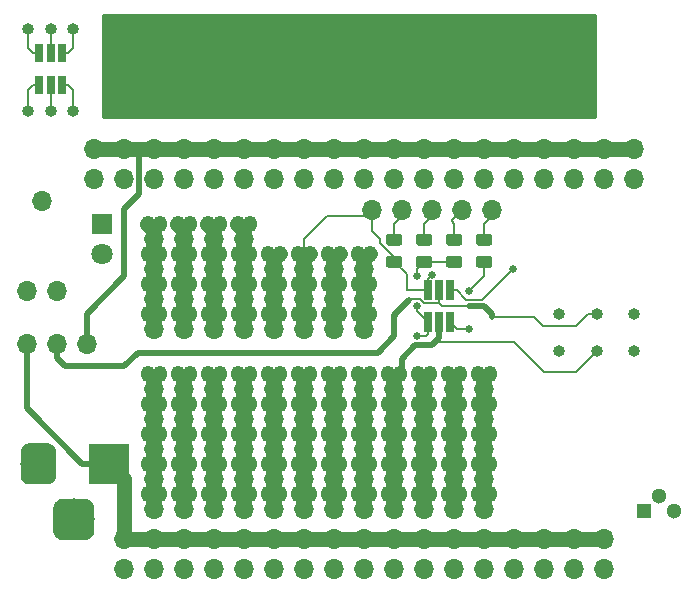
<source format=gtl>
G04 #@! TF.GenerationSoftware,KiCad,Pcbnew,5.0.2+dfsg1-1~bpo9+1*
G04 #@! TF.CreationDate,2020-04-14T03:07:07-04:00*
G04 #@! TF.ProjectId,attiny10,61747469-6e79-4313-902e-6b696361645f,0.10.a*
G04 #@! TF.SameCoordinates,Original*
G04 #@! TF.FileFunction,Copper,L1,Top*
G04 #@! TF.FilePolarity,Positive*
%FSLAX46Y46*%
G04 Gerber Fmt 4.6, Leading zero omitted, Abs format (unit mm)*
G04 Created by KiCad (PCBNEW 5.0.2+dfsg1-1~bpo9+1) date Tue 14 Apr 2020 03:07:07 AM EDT*
%MOMM*%
%LPD*%
G01*
G04 APERTURE LIST*
G04 #@! TA.AperFunction,ComponentPad*
%ADD10O,1.000000X1.000000*%
G04 #@! TD*
G04 #@! TA.AperFunction,ComponentPad*
%ADD11O,1.700000X1.700000*%
G04 #@! TD*
G04 #@! TA.AperFunction,Conductor*
%ADD12C,0.150000*%
G04 #@! TD*
G04 #@! TA.AperFunction,SMDPad,CuDef*
%ADD13C,0.975000*%
G04 #@! TD*
G04 #@! TA.AperFunction,ComponentPad*
%ADD14O,1.200000X1.400000*%
G04 #@! TD*
G04 #@! TA.AperFunction,ComponentPad*
%ADD15C,1.800000*%
G04 #@! TD*
G04 #@! TA.AperFunction,ComponentPad*
%ADD16R,1.800000X1.800000*%
G04 #@! TD*
G04 #@! TA.AperFunction,SMDPad,CuDef*
%ADD17R,0.650000X1.760000*%
G04 #@! TD*
G04 #@! TA.AperFunction,ComponentPad*
%ADD18R,1.300000X1.300000*%
G04 #@! TD*
G04 #@! TA.AperFunction,ComponentPad*
%ADD19C,1.300000*%
G04 #@! TD*
G04 #@! TA.AperFunction,ComponentPad*
%ADD20C,3.500000*%
G04 #@! TD*
G04 #@! TA.AperFunction,ComponentPad*
%ADD21C,3.000000*%
G04 #@! TD*
G04 #@! TA.AperFunction,ComponentPad*
%ADD22R,3.500000X3.500000*%
G04 #@! TD*
G04 #@! TA.AperFunction,SMDPad,CuDef*
%ADD23R,0.650000X1.560000*%
G04 #@! TD*
G04 #@! TA.AperFunction,ViaPad*
%ADD24C,0.635000*%
G04 #@! TD*
G04 #@! TA.AperFunction,Conductor*
%ADD25C,1.270000*%
G04 #@! TD*
G04 #@! TA.AperFunction,Conductor*
%ADD26C,1.016000*%
G04 #@! TD*
G04 #@! TA.AperFunction,Conductor*
%ADD27C,0.203200*%
G04 #@! TD*
G04 #@! TA.AperFunction,Conductor*
%ADD28C,0.508000*%
G04 #@! TD*
G04 #@! TA.AperFunction,NonConductor*
%ADD29C,0.254000*%
G04 #@! TD*
G04 APERTURE END LIST*
D10*
G04 #@! TO.P,REF\002A\002A,1*
G04 #@! TO.N,N/C*
X35687000Y-57150000D03*
G04 #@! TD*
G04 #@! TO.P,REF\002A\002A,1*
G04 #@! TO.N,N/C*
X33782000Y-57150000D03*
G04 #@! TD*
G04 #@! TO.P,REF\002A\002A,1*
G04 #@! TO.N,N/C*
X31877000Y-57150000D03*
G04 #@! TD*
G04 #@! TO.P,REF\002A\002A,1*
G04 #@! TO.N,N/C*
X35687000Y-64135000D03*
G04 #@! TD*
G04 #@! TO.P,REF\002A\002A,1*
G04 #@! TO.N,N/C*
X33782000Y-64135000D03*
G04 #@! TD*
G04 #@! TO.P,REF\002A\002A,1*
G04 #@! TO.N,N/C*
X31877000Y-64135000D03*
G04 #@! TD*
D11*
G04 #@! TO.P,REF\002A\002A,1*
G04 #@! TO.N,N/C*
X36830000Y-83820000D03*
G04 #@! TD*
G04 #@! TO.P,REF\002A\002A,1*
G04 #@! TO.N,N/C*
X34290000Y-83820000D03*
G04 #@! TD*
D10*
G04 #@! TO.P,REF\002A\002A,1*
G04 #@! TO.N,N/C*
X76835000Y-84455000D03*
G04 #@! TD*
G04 #@! TO.P,REF\002A\002A,1*
G04 #@! TO.N,N/C*
X80010000Y-84455000D03*
G04 #@! TD*
G04 #@! TO.P,REF\002A\002A,1*
G04 #@! TO.N,N/C*
X83185000Y-84455000D03*
G04 #@! TD*
G04 #@! TO.P,REF\002A\002A,1*
G04 #@! TO.N,N/C*
X83185000Y-81280000D03*
G04 #@! TD*
G04 #@! TO.P,REF\002A\002A,1*
G04 #@! TO.N,N/C*
X80010000Y-81280000D03*
G04 #@! TD*
D11*
G04 #@! TO.P,REF\002A\002A,1*
G04 #@! TO.N,N/C*
X67945000Y-102870000D03*
G04 #@! TD*
D12*
G04 #@! TO.N,N/C*
G04 #@! TO.C,REF\002A\002A*
G36*
X70965142Y-74522174D02*
X70988803Y-74525684D01*
X71012007Y-74531496D01*
X71034529Y-74539554D01*
X71056153Y-74549782D01*
X71076670Y-74562079D01*
X71095883Y-74576329D01*
X71113607Y-74592393D01*
X71129671Y-74610117D01*
X71143921Y-74629330D01*
X71156218Y-74649847D01*
X71166446Y-74671471D01*
X71174504Y-74693993D01*
X71180316Y-74717197D01*
X71183826Y-74740858D01*
X71185000Y-74764750D01*
X71185000Y-75252250D01*
X71183826Y-75276142D01*
X71180316Y-75299803D01*
X71174504Y-75323007D01*
X71166446Y-75345529D01*
X71156218Y-75367153D01*
X71143921Y-75387670D01*
X71129671Y-75406883D01*
X71113607Y-75424607D01*
X71095883Y-75440671D01*
X71076670Y-75454921D01*
X71056153Y-75467218D01*
X71034529Y-75477446D01*
X71012007Y-75485504D01*
X70988803Y-75491316D01*
X70965142Y-75494826D01*
X70941250Y-75496000D01*
X70028750Y-75496000D01*
X70004858Y-75494826D01*
X69981197Y-75491316D01*
X69957993Y-75485504D01*
X69935471Y-75477446D01*
X69913847Y-75467218D01*
X69893330Y-75454921D01*
X69874117Y-75440671D01*
X69856393Y-75424607D01*
X69840329Y-75406883D01*
X69826079Y-75387670D01*
X69813782Y-75367153D01*
X69803554Y-75345529D01*
X69795496Y-75323007D01*
X69789684Y-75299803D01*
X69786174Y-75276142D01*
X69785000Y-75252250D01*
X69785000Y-74764750D01*
X69786174Y-74740858D01*
X69789684Y-74717197D01*
X69795496Y-74693993D01*
X69803554Y-74671471D01*
X69813782Y-74649847D01*
X69826079Y-74629330D01*
X69840329Y-74610117D01*
X69856393Y-74592393D01*
X69874117Y-74576329D01*
X69893330Y-74562079D01*
X69913847Y-74549782D01*
X69935471Y-74539554D01*
X69957993Y-74531496D01*
X69981197Y-74525684D01*
X70004858Y-74522174D01*
X70028750Y-74521000D01*
X70941250Y-74521000D01*
X70965142Y-74522174D01*
X70965142Y-74522174D01*
G37*
D13*
G04 #@! TD*
G04 #@! TO.P,REF\002A\002A,1*
G04 #@! TO.N,N/C*
X70485000Y-75008500D03*
D12*
G04 #@! TO.N,N/C*
G04 #@! TO.C,REF\002A\002A*
G36*
X70965142Y-76397174D02*
X70988803Y-76400684D01*
X71012007Y-76406496D01*
X71034529Y-76414554D01*
X71056153Y-76424782D01*
X71076670Y-76437079D01*
X71095883Y-76451329D01*
X71113607Y-76467393D01*
X71129671Y-76485117D01*
X71143921Y-76504330D01*
X71156218Y-76524847D01*
X71166446Y-76546471D01*
X71174504Y-76568993D01*
X71180316Y-76592197D01*
X71183826Y-76615858D01*
X71185000Y-76639750D01*
X71185000Y-77127250D01*
X71183826Y-77151142D01*
X71180316Y-77174803D01*
X71174504Y-77198007D01*
X71166446Y-77220529D01*
X71156218Y-77242153D01*
X71143921Y-77262670D01*
X71129671Y-77281883D01*
X71113607Y-77299607D01*
X71095883Y-77315671D01*
X71076670Y-77329921D01*
X71056153Y-77342218D01*
X71034529Y-77352446D01*
X71012007Y-77360504D01*
X70988803Y-77366316D01*
X70965142Y-77369826D01*
X70941250Y-77371000D01*
X70028750Y-77371000D01*
X70004858Y-77369826D01*
X69981197Y-77366316D01*
X69957993Y-77360504D01*
X69935471Y-77352446D01*
X69913847Y-77342218D01*
X69893330Y-77329921D01*
X69874117Y-77315671D01*
X69856393Y-77299607D01*
X69840329Y-77281883D01*
X69826079Y-77262670D01*
X69813782Y-77242153D01*
X69803554Y-77220529D01*
X69795496Y-77198007D01*
X69789684Y-77174803D01*
X69786174Y-77151142D01*
X69785000Y-77127250D01*
X69785000Y-76639750D01*
X69786174Y-76615858D01*
X69789684Y-76592197D01*
X69795496Y-76568993D01*
X69803554Y-76546471D01*
X69813782Y-76524847D01*
X69826079Y-76504330D01*
X69840329Y-76485117D01*
X69856393Y-76467393D01*
X69874117Y-76451329D01*
X69893330Y-76437079D01*
X69913847Y-76424782D01*
X69935471Y-76414554D01*
X69957993Y-76406496D01*
X69981197Y-76400684D01*
X70004858Y-76397174D01*
X70028750Y-76396000D01*
X70941250Y-76396000D01*
X70965142Y-76397174D01*
X70965142Y-76397174D01*
G37*
D13*
G04 #@! TD*
G04 #@! TO.P,REF\002A\002A,2*
G04 #@! TO.N,N/C*
X70485000Y-76883500D03*
D12*
G04 #@! TO.N,N/C*
G04 #@! TO.C,REF\002A\002A*
G36*
X68425142Y-76397174D02*
X68448803Y-76400684D01*
X68472007Y-76406496D01*
X68494529Y-76414554D01*
X68516153Y-76424782D01*
X68536670Y-76437079D01*
X68555883Y-76451329D01*
X68573607Y-76467393D01*
X68589671Y-76485117D01*
X68603921Y-76504330D01*
X68616218Y-76524847D01*
X68626446Y-76546471D01*
X68634504Y-76568993D01*
X68640316Y-76592197D01*
X68643826Y-76615858D01*
X68645000Y-76639750D01*
X68645000Y-77127250D01*
X68643826Y-77151142D01*
X68640316Y-77174803D01*
X68634504Y-77198007D01*
X68626446Y-77220529D01*
X68616218Y-77242153D01*
X68603921Y-77262670D01*
X68589671Y-77281883D01*
X68573607Y-77299607D01*
X68555883Y-77315671D01*
X68536670Y-77329921D01*
X68516153Y-77342218D01*
X68494529Y-77352446D01*
X68472007Y-77360504D01*
X68448803Y-77366316D01*
X68425142Y-77369826D01*
X68401250Y-77371000D01*
X67488750Y-77371000D01*
X67464858Y-77369826D01*
X67441197Y-77366316D01*
X67417993Y-77360504D01*
X67395471Y-77352446D01*
X67373847Y-77342218D01*
X67353330Y-77329921D01*
X67334117Y-77315671D01*
X67316393Y-77299607D01*
X67300329Y-77281883D01*
X67286079Y-77262670D01*
X67273782Y-77242153D01*
X67263554Y-77220529D01*
X67255496Y-77198007D01*
X67249684Y-77174803D01*
X67246174Y-77151142D01*
X67245000Y-77127250D01*
X67245000Y-76639750D01*
X67246174Y-76615858D01*
X67249684Y-76592197D01*
X67255496Y-76568993D01*
X67263554Y-76546471D01*
X67273782Y-76524847D01*
X67286079Y-76504330D01*
X67300329Y-76485117D01*
X67316393Y-76467393D01*
X67334117Y-76451329D01*
X67353330Y-76437079D01*
X67373847Y-76424782D01*
X67395471Y-76414554D01*
X67417993Y-76406496D01*
X67441197Y-76400684D01*
X67464858Y-76397174D01*
X67488750Y-76396000D01*
X68401250Y-76396000D01*
X68425142Y-76397174D01*
X68425142Y-76397174D01*
G37*
D13*
G04 #@! TD*
G04 #@! TO.P,REF\002A\002A,2*
G04 #@! TO.N,N/C*
X67945000Y-76883500D03*
D12*
G04 #@! TO.N,N/C*
G04 #@! TO.C,REF\002A\002A*
G36*
X68425142Y-74522174D02*
X68448803Y-74525684D01*
X68472007Y-74531496D01*
X68494529Y-74539554D01*
X68516153Y-74549782D01*
X68536670Y-74562079D01*
X68555883Y-74576329D01*
X68573607Y-74592393D01*
X68589671Y-74610117D01*
X68603921Y-74629330D01*
X68616218Y-74649847D01*
X68626446Y-74671471D01*
X68634504Y-74693993D01*
X68640316Y-74717197D01*
X68643826Y-74740858D01*
X68645000Y-74764750D01*
X68645000Y-75252250D01*
X68643826Y-75276142D01*
X68640316Y-75299803D01*
X68634504Y-75323007D01*
X68626446Y-75345529D01*
X68616218Y-75367153D01*
X68603921Y-75387670D01*
X68589671Y-75406883D01*
X68573607Y-75424607D01*
X68555883Y-75440671D01*
X68536670Y-75454921D01*
X68516153Y-75467218D01*
X68494529Y-75477446D01*
X68472007Y-75485504D01*
X68448803Y-75491316D01*
X68425142Y-75494826D01*
X68401250Y-75496000D01*
X67488750Y-75496000D01*
X67464858Y-75494826D01*
X67441197Y-75491316D01*
X67417993Y-75485504D01*
X67395471Y-75477446D01*
X67373847Y-75467218D01*
X67353330Y-75454921D01*
X67334117Y-75440671D01*
X67316393Y-75424607D01*
X67300329Y-75406883D01*
X67286079Y-75387670D01*
X67273782Y-75367153D01*
X67263554Y-75345529D01*
X67255496Y-75323007D01*
X67249684Y-75299803D01*
X67246174Y-75276142D01*
X67245000Y-75252250D01*
X67245000Y-74764750D01*
X67246174Y-74740858D01*
X67249684Y-74717197D01*
X67255496Y-74693993D01*
X67263554Y-74671471D01*
X67273782Y-74649847D01*
X67286079Y-74629330D01*
X67300329Y-74610117D01*
X67316393Y-74592393D01*
X67334117Y-74576329D01*
X67353330Y-74562079D01*
X67373847Y-74549782D01*
X67395471Y-74539554D01*
X67417993Y-74531496D01*
X67441197Y-74525684D01*
X67464858Y-74522174D01*
X67488750Y-74521000D01*
X68401250Y-74521000D01*
X68425142Y-74522174D01*
X68425142Y-74522174D01*
G37*
D13*
G04 #@! TD*
G04 #@! TO.P,REF\002A\002A,1*
G04 #@! TO.N,N/C*
X67945000Y-75008500D03*
D12*
G04 #@! TO.N,N/C*
G04 #@! TO.C,REF\002A\002A*
G36*
X65885142Y-74522174D02*
X65908803Y-74525684D01*
X65932007Y-74531496D01*
X65954529Y-74539554D01*
X65976153Y-74549782D01*
X65996670Y-74562079D01*
X66015883Y-74576329D01*
X66033607Y-74592393D01*
X66049671Y-74610117D01*
X66063921Y-74629330D01*
X66076218Y-74649847D01*
X66086446Y-74671471D01*
X66094504Y-74693993D01*
X66100316Y-74717197D01*
X66103826Y-74740858D01*
X66105000Y-74764750D01*
X66105000Y-75252250D01*
X66103826Y-75276142D01*
X66100316Y-75299803D01*
X66094504Y-75323007D01*
X66086446Y-75345529D01*
X66076218Y-75367153D01*
X66063921Y-75387670D01*
X66049671Y-75406883D01*
X66033607Y-75424607D01*
X66015883Y-75440671D01*
X65996670Y-75454921D01*
X65976153Y-75467218D01*
X65954529Y-75477446D01*
X65932007Y-75485504D01*
X65908803Y-75491316D01*
X65885142Y-75494826D01*
X65861250Y-75496000D01*
X64948750Y-75496000D01*
X64924858Y-75494826D01*
X64901197Y-75491316D01*
X64877993Y-75485504D01*
X64855471Y-75477446D01*
X64833847Y-75467218D01*
X64813330Y-75454921D01*
X64794117Y-75440671D01*
X64776393Y-75424607D01*
X64760329Y-75406883D01*
X64746079Y-75387670D01*
X64733782Y-75367153D01*
X64723554Y-75345529D01*
X64715496Y-75323007D01*
X64709684Y-75299803D01*
X64706174Y-75276142D01*
X64705000Y-75252250D01*
X64705000Y-74764750D01*
X64706174Y-74740858D01*
X64709684Y-74717197D01*
X64715496Y-74693993D01*
X64723554Y-74671471D01*
X64733782Y-74649847D01*
X64746079Y-74629330D01*
X64760329Y-74610117D01*
X64776393Y-74592393D01*
X64794117Y-74576329D01*
X64813330Y-74562079D01*
X64833847Y-74549782D01*
X64855471Y-74539554D01*
X64877993Y-74531496D01*
X64901197Y-74525684D01*
X64924858Y-74522174D01*
X64948750Y-74521000D01*
X65861250Y-74521000D01*
X65885142Y-74522174D01*
X65885142Y-74522174D01*
G37*
D13*
G04 #@! TD*
G04 #@! TO.P,REF\002A\002A,1*
G04 #@! TO.N,N/C*
X65405000Y-75008500D03*
D12*
G04 #@! TO.N,N/C*
G04 #@! TO.C,REF\002A\002A*
G36*
X65885142Y-76397174D02*
X65908803Y-76400684D01*
X65932007Y-76406496D01*
X65954529Y-76414554D01*
X65976153Y-76424782D01*
X65996670Y-76437079D01*
X66015883Y-76451329D01*
X66033607Y-76467393D01*
X66049671Y-76485117D01*
X66063921Y-76504330D01*
X66076218Y-76524847D01*
X66086446Y-76546471D01*
X66094504Y-76568993D01*
X66100316Y-76592197D01*
X66103826Y-76615858D01*
X66105000Y-76639750D01*
X66105000Y-77127250D01*
X66103826Y-77151142D01*
X66100316Y-77174803D01*
X66094504Y-77198007D01*
X66086446Y-77220529D01*
X66076218Y-77242153D01*
X66063921Y-77262670D01*
X66049671Y-77281883D01*
X66033607Y-77299607D01*
X66015883Y-77315671D01*
X65996670Y-77329921D01*
X65976153Y-77342218D01*
X65954529Y-77352446D01*
X65932007Y-77360504D01*
X65908803Y-77366316D01*
X65885142Y-77369826D01*
X65861250Y-77371000D01*
X64948750Y-77371000D01*
X64924858Y-77369826D01*
X64901197Y-77366316D01*
X64877993Y-77360504D01*
X64855471Y-77352446D01*
X64833847Y-77342218D01*
X64813330Y-77329921D01*
X64794117Y-77315671D01*
X64776393Y-77299607D01*
X64760329Y-77281883D01*
X64746079Y-77262670D01*
X64733782Y-77242153D01*
X64723554Y-77220529D01*
X64715496Y-77198007D01*
X64709684Y-77174803D01*
X64706174Y-77151142D01*
X64705000Y-77127250D01*
X64705000Y-76639750D01*
X64706174Y-76615858D01*
X64709684Y-76592197D01*
X64715496Y-76568993D01*
X64723554Y-76546471D01*
X64733782Y-76524847D01*
X64746079Y-76504330D01*
X64760329Y-76485117D01*
X64776393Y-76467393D01*
X64794117Y-76451329D01*
X64813330Y-76437079D01*
X64833847Y-76424782D01*
X64855471Y-76414554D01*
X64877993Y-76406496D01*
X64901197Y-76400684D01*
X64924858Y-76397174D01*
X64948750Y-76396000D01*
X65861250Y-76396000D01*
X65885142Y-76397174D01*
X65885142Y-76397174D01*
G37*
D13*
G04 #@! TD*
G04 #@! TO.P,REF\002A\002A,2*
G04 #@! TO.N,N/C*
X65405000Y-76883500D03*
D11*
G04 #@! TO.P,REF\002A\002A,1*
G04 #@! TO.N,N/C*
X60960000Y-72517000D03*
G04 #@! TD*
G04 #@! TO.P,REF\002A\002A,1*
G04 #@! TO.N,N/C*
X71120000Y-72517000D03*
G04 #@! TD*
G04 #@! TO.P,REF\002A\002A,1*
G04 #@! TO.N,N/C*
X68580000Y-72517000D03*
G04 #@! TD*
G04 #@! TO.P,REF\002A\002A,1*
G04 #@! TO.N,N/C*
X66040000Y-72517000D03*
G04 #@! TD*
G04 #@! TO.P,REF\002A\002A,1*
G04 #@! TO.N,N/C*
X63500000Y-72517000D03*
G04 #@! TD*
G04 #@! TO.P,REF\002A\002A,1*
G04 #@! TO.N,N/C*
X73025000Y-69850000D03*
G04 #@! TD*
G04 #@! TO.P,REF\002A\002A,1*
G04 #@! TO.N,N/C*
X70485000Y-69850000D03*
G04 #@! TD*
G04 #@! TO.P,REF\002A\002A,1*
G04 #@! TO.N,N/C*
X67945000Y-69850000D03*
G04 #@! TD*
G04 #@! TO.P,REF\002A\002A,1*
G04 #@! TO.N,N/C*
X65405000Y-69850000D03*
G04 #@! TD*
G04 #@! TO.P,REF\002A\002A,1*
G04 #@! TO.N,N/C*
X33020000Y-71755000D03*
G04 #@! TD*
G04 #@! TO.P,REF\002A\002A,1*
G04 #@! TO.N,N/C*
X34290000Y-79375000D03*
G04 #@! TD*
G04 #@! TO.P,REF\002A\002A,1*
G04 #@! TO.N,N/C*
X31750000Y-79375000D03*
G04 #@! TD*
G04 #@! TO.P,REF\002A\002A,1*
G04 #@! TO.N,N/C*
X83185000Y-69850000D03*
G04 #@! TD*
G04 #@! TO.P,REF\002A\002A,1*
G04 #@! TO.N,N/C*
X70485000Y-67310000D03*
G04 #@! TD*
G04 #@! TO.P,REF\002A\002A,1*
G04 #@! TO.N,N/C*
X83185000Y-67310000D03*
G04 #@! TD*
G04 #@! TO.P,REF\002A\002A,1*
G04 #@! TO.N,N/C*
X75565000Y-67310000D03*
G04 #@! TD*
G04 #@! TO.P,REF\002A\002A,1*
G04 #@! TO.N,N/C*
X78105000Y-69850000D03*
G04 #@! TD*
G04 #@! TO.P,REF\002A\002A,1*
G04 #@! TO.N,N/C*
X78105000Y-67310000D03*
G04 #@! TD*
G04 #@! TO.P,REF\002A\002A,1*
G04 #@! TO.N,N/C*
X80645000Y-67310000D03*
G04 #@! TD*
G04 #@! TO.P,REF\002A\002A,1*
G04 #@! TO.N,N/C*
X73025000Y-67310000D03*
G04 #@! TD*
G04 #@! TO.P,REF\002A\002A,1*
G04 #@! TO.N,N/C*
X75565000Y-69850000D03*
G04 #@! TD*
G04 #@! TO.P,REF\002A\002A,1*
G04 #@! TO.N,N/C*
X80645000Y-69850000D03*
G04 #@! TD*
G04 #@! TO.P,REF\002A\002A,1*
G04 #@! TO.N,N/C*
X80645000Y-102870000D03*
G04 #@! TD*
G04 #@! TO.P,REF\002A\002A,1*
G04 #@! TO.N,N/C*
X75565000Y-102870000D03*
G04 #@! TD*
G04 #@! TO.P,REF\002A\002A,1*
G04 #@! TO.N,N/C*
X70485000Y-102870000D03*
G04 #@! TD*
G04 #@! TO.P,REF\002A\002A,1*
G04 #@! TO.N,N/C*
X78105000Y-102870000D03*
G04 #@! TD*
G04 #@! TO.P,REF\002A\002A,1*
G04 #@! TO.N,N/C*
X73025000Y-102870000D03*
G04 #@! TD*
G04 #@! TO.P,REF\002A\002A,1*
G04 #@! TO.N,N/C*
X73025000Y-100330000D03*
G04 #@! TD*
G04 #@! TO.P,REF\002A\002A,1*
G04 #@! TO.N,N/C*
X78105000Y-100330000D03*
G04 #@! TD*
G04 #@! TO.P,REF\002A\002A,1*
G04 #@! TO.N,N/C*
X80645000Y-100330000D03*
G04 #@! TD*
G04 #@! TO.P,REF\002A\002A,1*
G04 #@! TO.N,N/C*
X75565000Y-100330000D03*
G04 #@! TD*
G04 #@! TO.P,REF\002A\002A,1*
G04 #@! TO.N,N/C*
X70485000Y-100330000D03*
G04 #@! TD*
G04 #@! TO.P,REF\002A\002A,1*
G04 #@! TO.N,N/C*
X70485000Y-92710000D03*
G04 #@! TD*
G04 #@! TO.P,REF\002A\002A,1*
G04 #@! TO.N,N/C*
X65405000Y-90170000D03*
G04 #@! TD*
G04 #@! TO.P,REF\002A\002A,1*
G04 #@! TO.N,N/C*
X65405000Y-97790000D03*
G04 #@! TD*
G04 #@! TO.P,REF\002A\002A,1*
G04 #@! TO.N,N/C*
X62865000Y-87630000D03*
G04 #@! TD*
G04 #@! TO.P,REF\002A\002A,1*
G04 #@! TO.N,N/C*
X62865000Y-90170000D03*
G04 #@! TD*
G04 #@! TO.P,REF\002A\002A,1*
G04 #@! TO.N,N/C*
X67945000Y-95250000D03*
G04 #@! TD*
G04 #@! TO.P,REF\002A\002A,1*
G04 #@! TO.N,N/C*
X67945000Y-92710000D03*
G04 #@! TD*
G04 #@! TO.P,REF\002A\002A,1*
G04 #@! TO.N,N/C*
X70485000Y-97790000D03*
G04 #@! TD*
G04 #@! TO.P,REF\002A\002A,1*
G04 #@! TO.N,N/C*
X70485000Y-90170000D03*
G04 #@! TD*
G04 #@! TO.P,REF\002A\002A,1*
G04 #@! TO.N,N/C*
X70485000Y-95250000D03*
G04 #@! TD*
G04 #@! TO.P,REF\002A\002A,1*
G04 #@! TO.N,N/C*
X62865000Y-95250000D03*
G04 #@! TD*
G04 #@! TO.P,REF\002A\002A,1*
G04 #@! TO.N,N/C*
X62865000Y-92710000D03*
G04 #@! TD*
G04 #@! TO.P,REF\002A\002A,1*
G04 #@! TO.N,N/C*
X65405000Y-95250000D03*
G04 #@! TD*
G04 #@! TO.P,REF\002A\002A,1*
G04 #@! TO.N,N/C*
X65405000Y-92710000D03*
G04 #@! TD*
G04 #@! TO.P,REF\002A\002A,1*
G04 #@! TO.N,N/C*
X67945000Y-97790000D03*
G04 #@! TD*
G04 #@! TO.P,REF\002A\002A,1*
G04 #@! TO.N,N/C*
X62865000Y-97790000D03*
G04 #@! TD*
G04 #@! TO.P,REF\002A\002A,1*
G04 #@! TO.N,N/C*
X67945000Y-90170000D03*
G04 #@! TD*
G04 #@! TO.P,REF\002A\002A,1*
G04 #@! TO.N,N/C*
X67945000Y-87630000D03*
G04 #@! TD*
D14*
G04 #@! TO.P,P?,8*
G04 #@! TO.N,N/C*
X71020000Y-88900000D03*
G04 #@! TO.P,P?,7*
X69950000Y-88900000D03*
G04 #@! TO.P,P?,6*
X68480000Y-88900000D03*
G04 #@! TO.P,P?,5*
X67410000Y-88900000D03*
G04 #@! TO.P,P?,4*
X65940000Y-88900000D03*
G04 #@! TO.P,P?,3*
X64870000Y-88900000D03*
G04 #@! TO.P,P?,2*
X63400000Y-88900000D03*
G04 #@! TO.P,P?,1*
X62330000Y-88900000D03*
G04 #@! TD*
G04 #@! TO.P,P?,8*
G04 #@! TO.N,N/C*
X71020000Y-96520000D03*
G04 #@! TO.P,P?,7*
X69950000Y-96520000D03*
G04 #@! TO.P,P?,6*
X68480000Y-96520000D03*
G04 #@! TO.P,P?,5*
X67410000Y-96520000D03*
G04 #@! TO.P,P?,4*
X65940000Y-96520000D03*
G04 #@! TO.P,P?,3*
X64870000Y-96520000D03*
G04 #@! TO.P,P?,2*
X63400000Y-96520000D03*
G04 #@! TO.P,P?,1*
X62330000Y-96520000D03*
G04 #@! TD*
G04 #@! TO.P,P?,8*
G04 #@! TO.N,N/C*
X71020000Y-86360000D03*
G04 #@! TO.P,P?,7*
X69950000Y-86360000D03*
G04 #@! TO.P,P?,6*
X68480000Y-86360000D03*
G04 #@! TO.P,P?,5*
X67410000Y-86360000D03*
G04 #@! TO.P,P?,4*
X65940000Y-86360000D03*
G04 #@! TO.P,P?,3*
X64870000Y-86360000D03*
G04 #@! TO.P,P?,2*
X63400000Y-86360000D03*
G04 #@! TO.P,P?,1*
X62330000Y-86360000D03*
G04 #@! TD*
G04 #@! TO.P,P?,8*
G04 #@! TO.N,N/C*
X71020000Y-93980000D03*
G04 #@! TO.P,P?,7*
X69950000Y-93980000D03*
G04 #@! TO.P,P?,6*
X68480000Y-93980000D03*
G04 #@! TO.P,P?,5*
X67410000Y-93980000D03*
G04 #@! TO.P,P?,4*
X65940000Y-93980000D03*
G04 #@! TO.P,P?,3*
X64870000Y-93980000D03*
G04 #@! TO.P,P?,2*
X63400000Y-93980000D03*
G04 #@! TO.P,P?,1*
X62330000Y-93980000D03*
G04 #@! TD*
G04 #@! TO.P,P?,8*
G04 #@! TO.N,N/C*
X71020000Y-91440000D03*
G04 #@! TO.P,P?,7*
X69950000Y-91440000D03*
G04 #@! TO.P,P?,6*
X68480000Y-91440000D03*
G04 #@! TO.P,P?,5*
X67410000Y-91440000D03*
G04 #@! TO.P,P?,4*
X65940000Y-91440000D03*
G04 #@! TO.P,P?,3*
X64870000Y-91440000D03*
G04 #@! TO.P,P?,2*
X63400000Y-91440000D03*
G04 #@! TO.P,P?,1*
X62330000Y-91440000D03*
G04 #@! TD*
D11*
G04 #@! TO.P,REF\002A\002A,1*
G04 #@! TO.N,N/C*
X65405000Y-87630000D03*
G04 #@! TD*
G04 #@! TO.P,REF\002A\002A,1*
G04 #@! TO.N,N/C*
X70485000Y-87630000D03*
G04 #@! TD*
G04 #@! TO.P,REF\002A\002A,1*
G04 #@! TO.N,N/C*
X50165000Y-77470000D03*
G04 #@! TD*
G04 #@! TO.P,REF\002A\002A,1*
G04 #@! TO.N,N/C*
X52705000Y-82550000D03*
G04 #@! TD*
G04 #@! TO.P,REF\002A\002A,1*
G04 #@! TO.N,N/C*
X52705000Y-80010000D03*
G04 #@! TD*
G04 #@! TO.P,REF\002A\002A,1*
G04 #@! TO.N,N/C*
X57785000Y-82550000D03*
G04 #@! TD*
G04 #@! TO.P,REF\002A\002A,1*
G04 #@! TO.N,N/C*
X45085000Y-74930000D03*
G04 #@! TD*
G04 #@! TO.P,REF\002A\002A,1*
G04 #@! TO.N,N/C*
X45085000Y-82550000D03*
G04 #@! TD*
G04 #@! TO.P,REF\002A\002A,1*
G04 #@! TO.N,N/C*
X42545000Y-74930000D03*
G04 #@! TD*
G04 #@! TO.P,REF\002A\002A,1*
G04 #@! TO.N,N/C*
X47625000Y-80010000D03*
G04 #@! TD*
G04 #@! TO.P,REF\002A\002A,1*
G04 #@! TO.N,N/C*
X47625000Y-77470000D03*
G04 #@! TD*
G04 #@! TO.P,REF\002A\002A,1*
G04 #@! TO.N,N/C*
X50165000Y-82550000D03*
G04 #@! TD*
G04 #@! TO.P,REF\002A\002A,1*
G04 #@! TO.N,N/C*
X50165000Y-74930000D03*
G04 #@! TD*
G04 #@! TO.P,REF\002A\002A,1*
G04 #@! TO.N,N/C*
X57785000Y-77470000D03*
G04 #@! TD*
G04 #@! TO.P,REF\002A\002A,1*
G04 #@! TO.N,N/C*
X55245000Y-77470000D03*
G04 #@! TD*
G04 #@! TO.P,REF\002A\002A,1*
G04 #@! TO.N,N/C*
X50165000Y-80010000D03*
G04 #@! TD*
G04 #@! TO.P,REF\002A\002A,1*
G04 #@! TO.N,N/C*
X42545000Y-80010000D03*
G04 #@! TD*
G04 #@! TO.P,REF\002A\002A,1*
G04 #@! TO.N,N/C*
X42545000Y-77470000D03*
G04 #@! TD*
G04 #@! TO.P,REF\002A\002A,1*
G04 #@! TO.N,N/C*
X55245000Y-80010000D03*
G04 #@! TD*
G04 #@! TO.P,REF\002A\002A,1*
G04 #@! TO.N,N/C*
X60325000Y-82550000D03*
G04 #@! TD*
G04 #@! TO.P,REF\002A\002A,1*
G04 #@! TO.N,N/C*
X60325000Y-80010000D03*
G04 #@! TD*
G04 #@! TO.P,REF\002A\002A,1*
G04 #@! TO.N,N/C*
X52705000Y-77470000D03*
G04 #@! TD*
D14*
G04 #@! TO.P,P?,1*
G04 #@! TO.N,N/C*
X52170000Y-76200000D03*
G04 #@! TO.P,P?,2*
X53240000Y-76200000D03*
G04 #@! TO.P,P?,3*
X54710000Y-76200000D03*
G04 #@! TO.P,P?,4*
X55780000Y-76200000D03*
G04 #@! TO.P,P?,5*
X57250000Y-76200000D03*
G04 #@! TO.P,P?,6*
X58320000Y-76200000D03*
G04 #@! TO.P,P?,7*
X59790000Y-76200000D03*
G04 #@! TO.P,P?,8*
X60860000Y-76200000D03*
G04 #@! TD*
D11*
G04 #@! TO.P,REF\002A\002A,1*
G04 #@! TO.N,N/C*
X55245000Y-82550000D03*
G04 #@! TD*
G04 #@! TO.P,REF\002A\002A,1*
G04 #@! TO.N,N/C*
X57785000Y-80010000D03*
G04 #@! TD*
D14*
G04 #@! TO.P,P?,1*
G04 #@! TO.N,N/C*
X52170000Y-81280000D03*
G04 #@! TO.P,P?,2*
X53240000Y-81280000D03*
G04 #@! TO.P,P?,3*
X54710000Y-81280000D03*
G04 #@! TO.P,P?,4*
X55780000Y-81280000D03*
G04 #@! TO.P,P?,5*
X57250000Y-81280000D03*
G04 #@! TO.P,P?,6*
X58320000Y-81280000D03*
G04 #@! TO.P,P?,7*
X59790000Y-81280000D03*
G04 #@! TO.P,P?,8*
X60860000Y-81280000D03*
G04 #@! TD*
D11*
G04 #@! TO.P,REF\002A\002A,1*
G04 #@! TO.N,N/C*
X45085000Y-80010000D03*
G04 #@! TD*
G04 #@! TO.P,REF\002A\002A,1*
G04 #@! TO.N,N/C*
X45085000Y-77470000D03*
G04 #@! TD*
D14*
G04 #@! TO.P,P?,1*
G04 #@! TO.N,N/C*
X52170000Y-78740000D03*
G04 #@! TO.P,P?,2*
X53240000Y-78740000D03*
G04 #@! TO.P,P?,3*
X54710000Y-78740000D03*
G04 #@! TO.P,P?,4*
X55780000Y-78740000D03*
G04 #@! TO.P,P?,5*
X57250000Y-78740000D03*
G04 #@! TO.P,P?,6*
X58320000Y-78740000D03*
G04 #@! TO.P,P?,7*
X59790000Y-78740000D03*
G04 #@! TO.P,P?,8*
X60860000Y-78740000D03*
G04 #@! TD*
D11*
G04 #@! TO.P,REF\002A\002A,1*
G04 #@! TO.N,N/C*
X47625000Y-82550000D03*
G04 #@! TD*
G04 #@! TO.P,REF\002A\002A,1*
G04 #@! TO.N,N/C*
X42545000Y-82550000D03*
G04 #@! TD*
G04 #@! TO.P,REF\002A\002A,1*
G04 #@! TO.N,N/C*
X47625000Y-74930000D03*
G04 #@! TD*
G04 #@! TO.P,REF\002A\002A,1*
G04 #@! TO.N,N/C*
X60325000Y-77470000D03*
G04 #@! TD*
D14*
G04 #@! TO.P,P?,8*
G04 #@! TO.N,N/C*
X50700000Y-73660000D03*
G04 #@! TO.P,P?,7*
X49630000Y-73660000D03*
G04 #@! TO.P,P?,6*
X48160000Y-73660000D03*
G04 #@! TO.P,P?,5*
X47090000Y-73660000D03*
G04 #@! TO.P,P?,4*
X45620000Y-73660000D03*
G04 #@! TO.P,P?,3*
X44550000Y-73660000D03*
G04 #@! TO.P,P?,2*
X43080000Y-73660000D03*
G04 #@! TO.P,P?,1*
X42010000Y-73660000D03*
G04 #@! TD*
G04 #@! TO.P,P?,8*
G04 #@! TO.N,N/C*
X50700000Y-81280000D03*
G04 #@! TO.P,P?,7*
X49630000Y-81280000D03*
G04 #@! TO.P,P?,6*
X48160000Y-81280000D03*
G04 #@! TO.P,P?,5*
X47090000Y-81280000D03*
G04 #@! TO.P,P?,4*
X45620000Y-81280000D03*
G04 #@! TO.P,P?,3*
X44550000Y-81280000D03*
G04 #@! TO.P,P?,2*
X43080000Y-81280000D03*
G04 #@! TO.P,P?,1*
X42010000Y-81280000D03*
G04 #@! TD*
G04 #@! TO.P,P?,8*
G04 #@! TO.N,N/C*
X50700000Y-78740000D03*
G04 #@! TO.P,P?,7*
X49630000Y-78740000D03*
G04 #@! TO.P,P?,6*
X48160000Y-78740000D03*
G04 #@! TO.P,P?,5*
X47090000Y-78740000D03*
G04 #@! TO.P,P?,4*
X45620000Y-78740000D03*
G04 #@! TO.P,P?,3*
X44550000Y-78740000D03*
G04 #@! TO.P,P?,2*
X43080000Y-78740000D03*
G04 #@! TO.P,P?,1*
X42010000Y-78740000D03*
G04 #@! TD*
G04 #@! TO.P,P?,8*
G04 #@! TO.N,N/C*
X50700000Y-76200000D03*
G04 #@! TO.P,P?,7*
X49630000Y-76200000D03*
G04 #@! TO.P,P?,6*
X48160000Y-76200000D03*
G04 #@! TO.P,P?,5*
X47090000Y-76200000D03*
G04 #@! TO.P,P?,4*
X45620000Y-76200000D03*
G04 #@! TO.P,P?,3*
X44550000Y-76200000D03*
G04 #@! TO.P,P?,2*
X43080000Y-76200000D03*
G04 #@! TO.P,P?,1*
X42010000Y-76200000D03*
G04 #@! TD*
D11*
G04 #@! TO.P,REF\002A\002A,1*
G04 #@! TO.N,N/C*
X60325000Y-92710000D03*
G04 #@! TD*
G04 #@! TO.P,REF\002A\002A,1*
G04 #@! TO.N,N/C*
X55245000Y-90170000D03*
G04 #@! TD*
G04 #@! TO.P,REF\002A\002A,1*
G04 #@! TO.N,N/C*
X55245000Y-97790000D03*
G04 #@! TD*
G04 #@! TO.P,REF\002A\002A,1*
G04 #@! TO.N,N/C*
X52705000Y-87630000D03*
G04 #@! TD*
G04 #@! TO.P,REF\002A\002A,1*
G04 #@! TO.N,N/C*
X52705000Y-90170000D03*
G04 #@! TD*
G04 #@! TO.P,REF\002A\002A,1*
G04 #@! TO.N,N/C*
X57785000Y-95250000D03*
G04 #@! TD*
G04 #@! TO.P,REF\002A\002A,1*
G04 #@! TO.N,N/C*
X57785000Y-92710000D03*
G04 #@! TD*
G04 #@! TO.P,REF\002A\002A,1*
G04 #@! TO.N,N/C*
X60325000Y-97790000D03*
G04 #@! TD*
G04 #@! TO.P,REF\002A\002A,1*
G04 #@! TO.N,N/C*
X60325000Y-90170000D03*
G04 #@! TD*
G04 #@! TO.P,REF\002A\002A,1*
G04 #@! TO.N,N/C*
X60325000Y-95250000D03*
G04 #@! TD*
G04 #@! TO.P,REF\002A\002A,1*
G04 #@! TO.N,N/C*
X52705000Y-95250000D03*
G04 #@! TD*
G04 #@! TO.P,REF\002A\002A,1*
G04 #@! TO.N,N/C*
X52705000Y-92710000D03*
G04 #@! TD*
G04 #@! TO.P,REF\002A\002A,1*
G04 #@! TO.N,N/C*
X55245000Y-95250000D03*
G04 #@! TD*
G04 #@! TO.P,REF\002A\002A,1*
G04 #@! TO.N,N/C*
X55245000Y-92710000D03*
G04 #@! TD*
G04 #@! TO.P,REF\002A\002A,1*
G04 #@! TO.N,N/C*
X57785000Y-97790000D03*
G04 #@! TD*
G04 #@! TO.P,REF\002A\002A,1*
G04 #@! TO.N,N/C*
X52705000Y-97790000D03*
G04 #@! TD*
G04 #@! TO.P,REF\002A\002A,1*
G04 #@! TO.N,N/C*
X57785000Y-90170000D03*
G04 #@! TD*
G04 #@! TO.P,REF\002A\002A,1*
G04 #@! TO.N,N/C*
X57785000Y-87630000D03*
G04 #@! TD*
D14*
G04 #@! TO.P,P?,8*
G04 #@! TO.N,N/C*
X60860000Y-88900000D03*
G04 #@! TO.P,P?,7*
X59790000Y-88900000D03*
G04 #@! TO.P,P?,6*
X58320000Y-88900000D03*
G04 #@! TO.P,P?,5*
X57250000Y-88900000D03*
G04 #@! TO.P,P?,4*
X55780000Y-88900000D03*
G04 #@! TO.P,P?,3*
X54710000Y-88900000D03*
G04 #@! TO.P,P?,2*
X53240000Y-88900000D03*
G04 #@! TO.P,P?,1*
X52170000Y-88900000D03*
G04 #@! TD*
G04 #@! TO.P,P?,8*
G04 #@! TO.N,N/C*
X60860000Y-96520000D03*
G04 #@! TO.P,P?,7*
X59790000Y-96520000D03*
G04 #@! TO.P,P?,6*
X58320000Y-96520000D03*
G04 #@! TO.P,P?,5*
X57250000Y-96520000D03*
G04 #@! TO.P,P?,4*
X55780000Y-96520000D03*
G04 #@! TO.P,P?,3*
X54710000Y-96520000D03*
G04 #@! TO.P,P?,2*
X53240000Y-96520000D03*
G04 #@! TO.P,P?,1*
X52170000Y-96520000D03*
G04 #@! TD*
G04 #@! TO.P,P?,8*
G04 #@! TO.N,N/C*
X60860000Y-86360000D03*
G04 #@! TO.P,P?,7*
X59790000Y-86360000D03*
G04 #@! TO.P,P?,6*
X58320000Y-86360000D03*
G04 #@! TO.P,P?,5*
X57250000Y-86360000D03*
G04 #@! TO.P,P?,4*
X55780000Y-86360000D03*
G04 #@! TO.P,P?,3*
X54710000Y-86360000D03*
G04 #@! TO.P,P?,2*
X53240000Y-86360000D03*
G04 #@! TO.P,P?,1*
X52170000Y-86360000D03*
G04 #@! TD*
G04 #@! TO.P,P?,8*
G04 #@! TO.N,N/C*
X60860000Y-93980000D03*
G04 #@! TO.P,P?,7*
X59790000Y-93980000D03*
G04 #@! TO.P,P?,6*
X58320000Y-93980000D03*
G04 #@! TO.P,P?,5*
X57250000Y-93980000D03*
G04 #@! TO.P,P?,4*
X55780000Y-93980000D03*
G04 #@! TO.P,P?,3*
X54710000Y-93980000D03*
G04 #@! TO.P,P?,2*
X53240000Y-93980000D03*
G04 #@! TO.P,P?,1*
X52170000Y-93980000D03*
G04 #@! TD*
G04 #@! TO.P,P?,8*
G04 #@! TO.N,N/C*
X60860000Y-91440000D03*
G04 #@! TO.P,P?,7*
X59790000Y-91440000D03*
G04 #@! TO.P,P?,6*
X58320000Y-91440000D03*
G04 #@! TO.P,P?,5*
X57250000Y-91440000D03*
G04 #@! TO.P,P?,4*
X55780000Y-91440000D03*
G04 #@! TO.P,P?,3*
X54710000Y-91440000D03*
G04 #@! TO.P,P?,2*
X53240000Y-91440000D03*
G04 #@! TO.P,P?,1*
X52170000Y-91440000D03*
G04 #@! TD*
D11*
G04 #@! TO.P,REF\002A\002A,1*
G04 #@! TO.N,N/C*
X55245000Y-87630000D03*
G04 #@! TD*
G04 #@! TO.P,REF\002A\002A,1*
G04 #@! TO.N,N/C*
X60325000Y-87630000D03*
G04 #@! TD*
G04 #@! TO.P,REF\002A\002A,1*
G04 #@! TO.N,N/C*
X50165000Y-95250000D03*
G04 #@! TD*
G04 #@! TO.P,REF\002A\002A,1*
G04 #@! TO.N,N/C*
X50165000Y-92710000D03*
G04 #@! TD*
G04 #@! TO.P,REF\002A\002A,1*
G04 #@! TO.N,N/C*
X50165000Y-97790000D03*
G04 #@! TD*
G04 #@! TO.P,REF\002A\002A,1*
G04 #@! TO.N,N/C*
X50165000Y-90170000D03*
G04 #@! TD*
G04 #@! TO.P,REF\002A\002A,1*
G04 #@! TO.N,N/C*
X50165000Y-87630000D03*
G04 #@! TD*
G04 #@! TO.P,REF\002A\002A,1*
G04 #@! TO.N,N/C*
X47625000Y-90170000D03*
G04 #@! TD*
G04 #@! TO.P,REF\002A\002A,1*
G04 #@! TO.N,N/C*
X47625000Y-97790000D03*
G04 #@! TD*
G04 #@! TO.P,REF\002A\002A,1*
G04 #@! TO.N,N/C*
X47625000Y-95250000D03*
G04 #@! TD*
G04 #@! TO.P,REF\002A\002A,1*
G04 #@! TO.N,N/C*
X47625000Y-92710000D03*
G04 #@! TD*
G04 #@! TO.P,REF\002A\002A,1*
G04 #@! TO.N,N/C*
X47625000Y-87630000D03*
G04 #@! TD*
G04 #@! TO.P,REF\002A\002A,1*
G04 #@! TO.N,N/C*
X45085000Y-87630000D03*
G04 #@! TD*
G04 #@! TO.P,REF\002A\002A,1*
G04 #@! TO.N,N/C*
X45085000Y-90170000D03*
G04 #@! TD*
G04 #@! TO.P,REF\002A\002A,1*
G04 #@! TO.N,N/C*
X45085000Y-95250000D03*
G04 #@! TD*
G04 #@! TO.P,REF\002A\002A,1*
G04 #@! TO.N,N/C*
X45085000Y-92710000D03*
G04 #@! TD*
G04 #@! TO.P,REF\002A\002A,1*
G04 #@! TO.N,N/C*
X45085000Y-97790000D03*
G04 #@! TD*
G04 #@! TO.P,REF\002A\002A,1*
G04 #@! TO.N,N/C*
X42545000Y-97790000D03*
G04 #@! TD*
G04 #@! TO.P,REF\002A\002A,1*
G04 #@! TO.N,N/C*
X42545000Y-95250000D03*
G04 #@! TD*
G04 #@! TO.P,REF\002A\002A,1*
G04 #@! TO.N,N/C*
X42545000Y-92710000D03*
G04 #@! TD*
G04 #@! TO.P,REF\002A\002A,1*
G04 #@! TO.N,N/C*
X42545000Y-90170000D03*
G04 #@! TD*
G04 #@! TO.P,REF\002A\002A,1*
G04 #@! TO.N,N/C*
X42545000Y-87630000D03*
G04 #@! TD*
G04 #@! TO.P,REF\002A\002A,1*
G04 #@! TO.N,N/C*
X60325000Y-67310000D03*
G04 #@! TD*
G04 #@! TO.P,REF\002A\002A,1*
G04 #@! TO.N,N/C*
X55245000Y-67310000D03*
G04 #@! TD*
G04 #@! TO.P,REF\002A\002A,1*
G04 #@! TO.N,N/C*
X45085000Y-69850000D03*
G04 #@! TD*
G04 #@! TO.P,REF\002A\002A,1*
G04 #@! TO.N,N/C*
X67945000Y-67310000D03*
G04 #@! TD*
G04 #@! TO.P,REF\002A\002A,1*
G04 #@! TO.N,N/C*
X50165000Y-67310000D03*
G04 #@! TD*
G04 #@! TO.P,REF\002A\002A,1*
G04 #@! TO.N,N/C*
X40005000Y-69850000D03*
G04 #@! TD*
G04 #@! TO.P,REF\002A\002A,1*
G04 #@! TO.N,N/C*
X60325000Y-69850000D03*
G04 #@! TD*
G04 #@! TO.P,REF\002A\002A,1*
G04 #@! TO.N,N/C*
X55245000Y-69850000D03*
G04 #@! TD*
G04 #@! TO.P,REF\002A\002A,1*
G04 #@! TO.N,N/C*
X52705000Y-67310000D03*
G04 #@! TD*
G04 #@! TO.P,REF\002A\002A,1*
G04 #@! TO.N,N/C*
X37465000Y-67310000D03*
G04 #@! TD*
G04 #@! TO.P,REF\002A\002A,1*
G04 #@! TO.N,N/C*
X62865000Y-69850000D03*
G04 #@! TD*
G04 #@! TO.P,REF\002A\002A,1*
G04 #@! TO.N,N/C*
X42545000Y-69850000D03*
G04 #@! TD*
G04 #@! TO.P,REF\002A\002A,1*
G04 #@! TO.N,N/C*
X57785000Y-69850000D03*
G04 #@! TD*
G04 #@! TO.P,REF\002A\002A,1*
G04 #@! TO.N,N/C*
X37465000Y-69850000D03*
G04 #@! TD*
G04 #@! TO.P,REF\002A\002A,1*
G04 #@! TO.N,N/C*
X50165000Y-69850000D03*
G04 #@! TD*
G04 #@! TO.P,REF\002A\002A,1*
G04 #@! TO.N,N/C*
X42545000Y-67310000D03*
G04 #@! TD*
G04 #@! TO.P,REF\002A\002A,1*
G04 #@! TO.N,N/C*
X57785000Y-67310000D03*
G04 #@! TD*
G04 #@! TO.P,REF\002A\002A,1*
G04 #@! TO.N,N/C*
X45085000Y-67310000D03*
G04 #@! TD*
G04 #@! TO.P,REF\002A\002A,1*
G04 #@! TO.N,N/C*
X62865000Y-67310000D03*
G04 #@! TD*
G04 #@! TO.P,REF\002A\002A,1*
G04 #@! TO.N,N/C*
X40005000Y-67310000D03*
G04 #@! TD*
G04 #@! TO.P,REF\002A\002A,1*
G04 #@! TO.N,N/C*
X65405000Y-67310000D03*
G04 #@! TD*
G04 #@! TO.P,REF\002A\002A,1*
G04 #@! TO.N,N/C*
X47625000Y-67310000D03*
G04 #@! TD*
G04 #@! TO.P,REF\002A\002A,1*
G04 #@! TO.N,N/C*
X52705000Y-69850000D03*
G04 #@! TD*
G04 #@! TO.P,REF\002A\002A,1*
G04 #@! TO.N,N/C*
X47625000Y-69850000D03*
G04 #@! TD*
G04 #@! TO.P,REF\002A\002A,1*
G04 #@! TO.N,N/C*
X65405000Y-102870000D03*
G04 #@! TD*
G04 #@! TO.P,REF\002A\002A,1*
G04 #@! TO.N,N/C*
X60325000Y-102870000D03*
G04 #@! TD*
G04 #@! TO.P,REF\002A\002A,1*
G04 #@! TO.N,N/C*
X55245000Y-102870000D03*
G04 #@! TD*
G04 #@! TO.P,REF\002A\002A,1*
G04 #@! TO.N,N/C*
X57785000Y-100330000D03*
G04 #@! TD*
G04 #@! TO.P,REF\002A\002A,1*
G04 #@! TO.N,N/C*
X62865000Y-102870000D03*
G04 #@! TD*
G04 #@! TO.P,REF\002A\002A,1*
G04 #@! TO.N,N/C*
X57785000Y-102870000D03*
G04 #@! TD*
G04 #@! TO.P,REF\002A\002A,1*
G04 #@! TO.N,N/C*
X62865000Y-100330000D03*
G04 #@! TD*
G04 #@! TO.P,REF\002A\002A,1*
G04 #@! TO.N,N/C*
X65405000Y-100330000D03*
G04 #@! TD*
G04 #@! TO.P,REF\002A\002A,1*
G04 #@! TO.N,N/C*
X60325000Y-100330000D03*
G04 #@! TD*
G04 #@! TO.P,REF\002A\002A,1*
G04 #@! TO.N,N/C*
X67945000Y-100330000D03*
G04 #@! TD*
G04 #@! TO.P,REF\002A\002A,1*
G04 #@! TO.N,N/C*
X55245000Y-100330000D03*
G04 #@! TD*
G04 #@! TO.P,REF\002A\002A,1*
G04 #@! TO.N,N/C*
X50165000Y-102870000D03*
G04 #@! TD*
G04 #@! TO.P,REF\002A\002A,1*
G04 #@! TO.N,N/C*
X45085000Y-102870000D03*
G04 #@! TD*
G04 #@! TO.P,REF\002A\002A,1*
G04 #@! TO.N,N/C*
X47625000Y-100330000D03*
G04 #@! TD*
G04 #@! TO.P,REF\002A\002A,1*
G04 #@! TO.N,N/C*
X52705000Y-102870000D03*
G04 #@! TD*
G04 #@! TO.P,REF\002A\002A,1*
G04 #@! TO.N,N/C*
X47625000Y-102870000D03*
G04 #@! TD*
G04 #@! TO.P,REF\002A\002A,1*
G04 #@! TO.N,N/C*
X52705000Y-100330000D03*
G04 #@! TD*
G04 #@! TO.P,REF\002A\002A,1*
G04 #@! TO.N,N/C*
X50165000Y-100330000D03*
G04 #@! TD*
G04 #@! TO.P,REF\002A\002A,1*
G04 #@! TO.N,N/C*
X45085000Y-100330000D03*
G04 #@! TD*
G04 #@! TO.P,REF\002A\002A,1*
G04 #@! TO.N,N/C*
X42545000Y-102870000D03*
G04 #@! TD*
G04 #@! TO.P,REF\002A\002A,1*
G04 #@! TO.N,N/C*
X40005000Y-102870000D03*
G04 #@! TD*
G04 #@! TO.P,REF\002A\002A,1*
G04 #@! TO.N,N/C*
X42545000Y-100330000D03*
G04 #@! TD*
G04 #@! TO.P,REF\002A\002A,1*
G04 #@! TO.N,N/C*
X40005000Y-100330000D03*
G04 #@! TD*
D14*
G04 #@! TO.P,P?,1*
G04 #@! TO.N,N/C*
X42010000Y-96520000D03*
G04 #@! TO.P,P?,2*
X43080000Y-96520000D03*
G04 #@! TO.P,P?,3*
X44550000Y-96520000D03*
G04 #@! TO.P,P?,4*
X45620000Y-96520000D03*
G04 #@! TO.P,P?,5*
X47090000Y-96520000D03*
G04 #@! TO.P,P?,6*
X48160000Y-96520000D03*
G04 #@! TO.P,P?,7*
X49630000Y-96520000D03*
G04 #@! TO.P,P?,8*
X50700000Y-96520000D03*
G04 #@! TD*
G04 #@! TO.P,P?,1*
G04 #@! TO.N,N/C*
X42010000Y-93980000D03*
G04 #@! TO.P,P?,2*
X43080000Y-93980000D03*
G04 #@! TO.P,P?,3*
X44550000Y-93980000D03*
G04 #@! TO.P,P?,4*
X45620000Y-93980000D03*
G04 #@! TO.P,P?,5*
X47090000Y-93980000D03*
G04 #@! TO.P,P?,6*
X48160000Y-93980000D03*
G04 #@! TO.P,P?,7*
X49630000Y-93980000D03*
G04 #@! TO.P,P?,8*
X50700000Y-93980000D03*
G04 #@! TD*
G04 #@! TO.P,P?,1*
G04 #@! TO.N,N/C*
X42010000Y-91440000D03*
G04 #@! TO.P,P?,2*
X43080000Y-91440000D03*
G04 #@! TO.P,P?,3*
X44550000Y-91440000D03*
G04 #@! TO.P,P?,4*
X45620000Y-91440000D03*
G04 #@! TO.P,P?,5*
X47090000Y-91440000D03*
G04 #@! TO.P,P?,6*
X48160000Y-91440000D03*
G04 #@! TO.P,P?,7*
X49630000Y-91440000D03*
G04 #@! TO.P,P?,8*
X50700000Y-91440000D03*
G04 #@! TD*
G04 #@! TO.P,P?,1*
G04 #@! TO.N,N/C*
X42010000Y-88900000D03*
G04 #@! TO.P,P?,2*
X43080000Y-88900000D03*
G04 #@! TO.P,P?,3*
X44550000Y-88900000D03*
G04 #@! TO.P,P?,4*
X45620000Y-88900000D03*
G04 #@! TO.P,P?,5*
X47090000Y-88900000D03*
G04 #@! TO.P,P?,6*
X48160000Y-88900000D03*
G04 #@! TO.P,P?,7*
X49630000Y-88900000D03*
G04 #@! TO.P,P?,8*
X50700000Y-88900000D03*
G04 #@! TD*
G04 #@! TO.P,P?,1*
G04 #@! TO.N,N/C*
X42010000Y-86360000D03*
G04 #@! TO.P,P?,2*
X43080000Y-86360000D03*
G04 #@! TO.P,P?,3*
X44550000Y-86360000D03*
G04 #@! TO.P,P?,4*
X45620000Y-86360000D03*
G04 #@! TO.P,P?,5*
X47090000Y-86360000D03*
G04 #@! TO.P,P?,6*
X48160000Y-86360000D03*
G04 #@! TO.P,P?,7*
X49630000Y-86360000D03*
G04 #@! TO.P,P?,8*
X50700000Y-86360000D03*
G04 #@! TD*
D15*
G04 #@! TO.P,REF100552,2*
G04 #@! TO.N,N/C*
X38100000Y-76200000D03*
D16*
G04 #@! TO.P,REF100552,1*
X38100000Y-73660000D03*
G04 #@! TD*
D17*
G04 #@! TO.P,REF\002A\002A,5*
G04 #@! TO.N,N/C*
X66675000Y-79295000D03*
G04 #@! TO.P,REF\002A\002A,6*
X65725000Y-79295000D03*
G04 #@! TO.P,REF\002A\002A,4*
X67625000Y-79295000D03*
G04 #@! TO.P,REF\002A\002A,3*
X67625000Y-81995000D03*
G04 #@! TO.P,REF\002A\002A,2*
X66675000Y-81995000D03*
G04 #@! TO.P,REF\002A\002A,1*
X65725000Y-81995000D03*
G04 #@! TD*
D18*
G04 #@! TO.P,REF\002A\002A,1*
G04 #@! TO.N,N/C*
X84000000Y-98000000D03*
D19*
G04 #@! TO.P,REF\002A\002A,3*
X86540000Y-98000000D03*
G04 #@! TO.P,REF\002A\002A,2*
X85270000Y-96730000D03*
G04 #@! TD*
D12*
G04 #@! TO.N,N/C*
G04 #@! TO.C,REF\002A\002A*
G36*
X63345142Y-76397174D02*
X63368803Y-76400684D01*
X63392007Y-76406496D01*
X63414529Y-76414554D01*
X63436153Y-76424782D01*
X63456670Y-76437079D01*
X63475883Y-76451329D01*
X63493607Y-76467393D01*
X63509671Y-76485117D01*
X63523921Y-76504330D01*
X63536218Y-76524847D01*
X63546446Y-76546471D01*
X63554504Y-76568993D01*
X63560316Y-76592197D01*
X63563826Y-76615858D01*
X63565000Y-76639750D01*
X63565000Y-77127250D01*
X63563826Y-77151142D01*
X63560316Y-77174803D01*
X63554504Y-77198007D01*
X63546446Y-77220529D01*
X63536218Y-77242153D01*
X63523921Y-77262670D01*
X63509671Y-77281883D01*
X63493607Y-77299607D01*
X63475883Y-77315671D01*
X63456670Y-77329921D01*
X63436153Y-77342218D01*
X63414529Y-77352446D01*
X63392007Y-77360504D01*
X63368803Y-77366316D01*
X63345142Y-77369826D01*
X63321250Y-77371000D01*
X62408750Y-77371000D01*
X62384858Y-77369826D01*
X62361197Y-77366316D01*
X62337993Y-77360504D01*
X62315471Y-77352446D01*
X62293847Y-77342218D01*
X62273330Y-77329921D01*
X62254117Y-77315671D01*
X62236393Y-77299607D01*
X62220329Y-77281883D01*
X62206079Y-77262670D01*
X62193782Y-77242153D01*
X62183554Y-77220529D01*
X62175496Y-77198007D01*
X62169684Y-77174803D01*
X62166174Y-77151142D01*
X62165000Y-77127250D01*
X62165000Y-76639750D01*
X62166174Y-76615858D01*
X62169684Y-76592197D01*
X62175496Y-76568993D01*
X62183554Y-76546471D01*
X62193782Y-76524847D01*
X62206079Y-76504330D01*
X62220329Y-76485117D01*
X62236393Y-76467393D01*
X62254117Y-76451329D01*
X62273330Y-76437079D01*
X62293847Y-76424782D01*
X62315471Y-76414554D01*
X62337993Y-76406496D01*
X62361197Y-76400684D01*
X62384858Y-76397174D01*
X62408750Y-76396000D01*
X63321250Y-76396000D01*
X63345142Y-76397174D01*
X63345142Y-76397174D01*
G37*
D13*
G04 #@! TD*
G04 #@! TO.P,REF\002A\002A,2*
G04 #@! TO.N,N/C*
X62865000Y-76883500D03*
D12*
G04 #@! TO.N,N/C*
G04 #@! TO.C,REF\002A\002A*
G36*
X63345142Y-74522174D02*
X63368803Y-74525684D01*
X63392007Y-74531496D01*
X63414529Y-74539554D01*
X63436153Y-74549782D01*
X63456670Y-74562079D01*
X63475883Y-74576329D01*
X63493607Y-74592393D01*
X63509671Y-74610117D01*
X63523921Y-74629330D01*
X63536218Y-74649847D01*
X63546446Y-74671471D01*
X63554504Y-74693993D01*
X63560316Y-74717197D01*
X63563826Y-74740858D01*
X63565000Y-74764750D01*
X63565000Y-75252250D01*
X63563826Y-75276142D01*
X63560316Y-75299803D01*
X63554504Y-75323007D01*
X63546446Y-75345529D01*
X63536218Y-75367153D01*
X63523921Y-75387670D01*
X63509671Y-75406883D01*
X63493607Y-75424607D01*
X63475883Y-75440671D01*
X63456670Y-75454921D01*
X63436153Y-75467218D01*
X63414529Y-75477446D01*
X63392007Y-75485504D01*
X63368803Y-75491316D01*
X63345142Y-75494826D01*
X63321250Y-75496000D01*
X62408750Y-75496000D01*
X62384858Y-75494826D01*
X62361197Y-75491316D01*
X62337993Y-75485504D01*
X62315471Y-75477446D01*
X62293847Y-75467218D01*
X62273330Y-75454921D01*
X62254117Y-75440671D01*
X62236393Y-75424607D01*
X62220329Y-75406883D01*
X62206079Y-75387670D01*
X62193782Y-75367153D01*
X62183554Y-75345529D01*
X62175496Y-75323007D01*
X62169684Y-75299803D01*
X62166174Y-75276142D01*
X62165000Y-75252250D01*
X62165000Y-74764750D01*
X62166174Y-74740858D01*
X62169684Y-74717197D01*
X62175496Y-74693993D01*
X62183554Y-74671471D01*
X62193782Y-74649847D01*
X62206079Y-74629330D01*
X62220329Y-74610117D01*
X62236393Y-74592393D01*
X62254117Y-74576329D01*
X62273330Y-74562079D01*
X62293847Y-74549782D01*
X62315471Y-74539554D01*
X62337993Y-74531496D01*
X62361197Y-74525684D01*
X62384858Y-74522174D01*
X62408750Y-74521000D01*
X63321250Y-74521000D01*
X63345142Y-74522174D01*
X63345142Y-74522174D01*
G37*
D13*
G04 #@! TD*
G04 #@! TO.P,REF\002A\002A,1*
G04 #@! TO.N,N/C*
X62865000Y-75008500D03*
D12*
G04 #@! TO.N,N/C*
G04 #@! TO.C,REF\002A\002A*
G36*
X36695765Y-96934213D02*
X36780704Y-96946813D01*
X36863999Y-96967677D01*
X36944848Y-96996605D01*
X37022472Y-97033319D01*
X37096124Y-97077464D01*
X37165094Y-97128616D01*
X37228718Y-97186282D01*
X37286384Y-97249906D01*
X37337536Y-97318876D01*
X37381681Y-97392528D01*
X37418395Y-97470152D01*
X37447323Y-97551001D01*
X37468187Y-97634296D01*
X37480787Y-97719235D01*
X37485000Y-97805000D01*
X37485000Y-99555000D01*
X37480787Y-99640765D01*
X37468187Y-99725704D01*
X37447323Y-99808999D01*
X37418395Y-99889848D01*
X37381681Y-99967472D01*
X37337536Y-100041124D01*
X37286384Y-100110094D01*
X37228718Y-100173718D01*
X37165094Y-100231384D01*
X37096124Y-100282536D01*
X37022472Y-100326681D01*
X36944848Y-100363395D01*
X36863999Y-100392323D01*
X36780704Y-100413187D01*
X36695765Y-100425787D01*
X36610000Y-100430000D01*
X34860000Y-100430000D01*
X34774235Y-100425787D01*
X34689296Y-100413187D01*
X34606001Y-100392323D01*
X34525152Y-100363395D01*
X34447528Y-100326681D01*
X34373876Y-100282536D01*
X34304906Y-100231384D01*
X34241282Y-100173718D01*
X34183616Y-100110094D01*
X34132464Y-100041124D01*
X34088319Y-99967472D01*
X34051605Y-99889848D01*
X34022677Y-99808999D01*
X34001813Y-99725704D01*
X33989213Y-99640765D01*
X33985000Y-99555000D01*
X33985000Y-97805000D01*
X33989213Y-97719235D01*
X34001813Y-97634296D01*
X34022677Y-97551001D01*
X34051605Y-97470152D01*
X34088319Y-97392528D01*
X34132464Y-97318876D01*
X34183616Y-97249906D01*
X34241282Y-97186282D01*
X34304906Y-97128616D01*
X34373876Y-97077464D01*
X34447528Y-97033319D01*
X34525152Y-96996605D01*
X34606001Y-96967677D01*
X34689296Y-96946813D01*
X34774235Y-96934213D01*
X34860000Y-96930000D01*
X36610000Y-96930000D01*
X36695765Y-96934213D01*
X36695765Y-96934213D01*
G37*
D20*
G04 #@! TD*
G04 #@! TO.P,REF\002A\002A,3*
G04 #@! TO.N,N/C*
X35735000Y-98680000D03*
D12*
G04 #@! TO.N,N/C*
G04 #@! TO.C,REF\002A\002A*
G36*
X33558513Y-92233611D02*
X33631318Y-92244411D01*
X33702714Y-92262295D01*
X33772013Y-92287090D01*
X33838548Y-92318559D01*
X33901678Y-92356398D01*
X33960795Y-92400242D01*
X34015330Y-92449670D01*
X34064758Y-92504205D01*
X34108602Y-92563322D01*
X34146441Y-92626452D01*
X34177910Y-92692987D01*
X34202705Y-92762286D01*
X34220589Y-92833682D01*
X34231389Y-92906487D01*
X34235000Y-92980000D01*
X34235000Y-94980000D01*
X34231389Y-95053513D01*
X34220589Y-95126318D01*
X34202705Y-95197714D01*
X34177910Y-95267013D01*
X34146441Y-95333548D01*
X34108602Y-95396678D01*
X34064758Y-95455795D01*
X34015330Y-95510330D01*
X33960795Y-95559758D01*
X33901678Y-95603602D01*
X33838548Y-95641441D01*
X33772013Y-95672910D01*
X33702714Y-95697705D01*
X33631318Y-95715589D01*
X33558513Y-95726389D01*
X33485000Y-95730000D01*
X31985000Y-95730000D01*
X31911487Y-95726389D01*
X31838682Y-95715589D01*
X31767286Y-95697705D01*
X31697987Y-95672910D01*
X31631452Y-95641441D01*
X31568322Y-95603602D01*
X31509205Y-95559758D01*
X31454670Y-95510330D01*
X31405242Y-95455795D01*
X31361398Y-95396678D01*
X31323559Y-95333548D01*
X31292090Y-95267013D01*
X31267295Y-95197714D01*
X31249411Y-95126318D01*
X31238611Y-95053513D01*
X31235000Y-94980000D01*
X31235000Y-92980000D01*
X31238611Y-92906487D01*
X31249411Y-92833682D01*
X31267295Y-92762286D01*
X31292090Y-92692987D01*
X31323559Y-92626452D01*
X31361398Y-92563322D01*
X31405242Y-92504205D01*
X31454670Y-92449670D01*
X31509205Y-92400242D01*
X31568322Y-92356398D01*
X31631452Y-92318559D01*
X31697987Y-92287090D01*
X31767286Y-92262295D01*
X31838682Y-92244411D01*
X31911487Y-92233611D01*
X31985000Y-92230000D01*
X33485000Y-92230000D01*
X33558513Y-92233611D01*
X33558513Y-92233611D01*
G37*
D21*
G04 #@! TD*
G04 #@! TO.P,REF\002A\002A,2*
G04 #@! TO.N,N/C*
X32735000Y-93980000D03*
D22*
G04 #@! TO.P,REF\002A\002A,1*
G04 #@! TO.N,N/C*
X38735000Y-93980000D03*
G04 #@! TD*
D10*
G04 #@! TO.P,REF\002A\002A,1*
G04 #@! TO.N,N/C*
X76835000Y-81280000D03*
G04 #@! TD*
D11*
G04 #@! TO.P,REF\002A\002A,1*
G04 #@! TO.N,N/C*
X31750000Y-83820000D03*
G04 #@! TD*
D23*
G04 #@! TO.P,REF\002A\002A,5*
G04 #@! TO.N,N/C*
X33782000Y-59229000D03*
G04 #@! TO.P,REF\002A\002A,6*
X32832000Y-59229000D03*
G04 #@! TO.P,REF\002A\002A,4*
X34732000Y-59229000D03*
G04 #@! TO.P,REF\002A\002A,3*
X34732000Y-61929000D03*
G04 #@! TO.P,REF\002A\002A,2*
X33782000Y-61929000D03*
G04 #@! TO.P,REF\002A\002A,1*
X32832000Y-61929000D03*
G04 #@! TD*
D24*
G04 #@! TO.N,*
X64770000Y-78105000D03*
X64770000Y-80645000D03*
X69215000Y-79375000D03*
X69215000Y-82550000D03*
X66040000Y-77978000D03*
X64770000Y-83185000D03*
X72898000Y-77470000D03*
G04 #@! TD*
D25*
G04 #@! TO.N,*
X42545000Y-74295000D02*
X41910000Y-73660000D01*
X42545000Y-82550000D02*
X42545000Y-74295000D01*
X45085000Y-74295000D02*
X44450000Y-73660000D01*
X45085000Y-82550000D02*
X45085000Y-74295000D01*
X47625000Y-74295000D02*
X46990000Y-73660000D01*
X47625000Y-82550000D02*
X47625000Y-74295000D01*
X50165000Y-74295000D02*
X49530000Y-73660000D01*
X50165000Y-82550000D02*
X50165000Y-74295000D01*
D26*
X42545000Y-82550000D02*
X42545000Y-74930000D01*
X45085000Y-82550000D02*
X45085000Y-74930000D01*
X47625000Y-82550000D02*
X47625000Y-74930000D01*
X50165000Y-82550000D02*
X50165000Y-74930000D01*
D27*
X66929000Y-80645000D02*
X66675000Y-80391000D01*
X66675000Y-79295000D02*
X66675000Y-80391000D01*
X67945000Y-74627500D02*
X67945000Y-73660000D01*
X67945000Y-76883500D02*
X65405000Y-76883500D01*
X64770000Y-78105000D02*
X64770000Y-78105000D01*
X64770000Y-81040000D02*
X65725000Y-81995000D01*
X64770000Y-80645000D02*
X64770000Y-81040000D01*
D28*
X70485000Y-80645000D02*
X69215000Y-80645000D01*
X71120000Y-81280000D02*
X70485000Y-80645000D01*
D27*
X66929000Y-80645000D02*
X69215000Y-80645000D01*
D28*
X64643000Y-83947000D02*
X66040000Y-83947000D01*
X63500000Y-85090000D02*
X64643000Y-83947000D01*
X63500000Y-86360000D02*
X63500000Y-85090000D01*
X66675000Y-83312000D02*
X66675000Y-81995000D01*
D27*
X70485000Y-78105000D02*
X69215000Y-79375000D01*
X69215000Y-79375000D02*
X69215000Y-79375000D01*
X68180000Y-82550000D02*
X67625000Y-81995000D01*
X69215000Y-82550000D02*
X68180000Y-82550000D01*
X65645000Y-79375000D02*
X65725000Y-79295000D01*
X62865000Y-76502500D02*
X61662919Y-75300419D01*
X61662919Y-75300419D02*
X61662919Y-74930000D01*
X60960000Y-74227081D02*
X61662919Y-74930000D01*
D26*
X52705000Y-76835000D02*
X53340000Y-76200000D01*
X52705000Y-82550000D02*
X52705000Y-76835000D01*
X55245000Y-76835000D02*
X55880000Y-76200000D01*
X55245000Y-82550000D02*
X55245000Y-76835000D01*
X57785000Y-76835000D02*
X58420000Y-76200000D01*
X57785000Y-82550000D02*
X57785000Y-76835000D01*
X60325000Y-76835000D02*
X60960000Y-76200000D01*
X60325000Y-82550000D02*
X60325000Y-76835000D01*
D27*
X40400000Y-70245000D02*
X40005000Y-69850000D01*
D25*
X70485000Y-67310000D02*
X83185000Y-67310000D01*
D27*
X55245000Y-74930000D02*
X55245000Y-77470000D01*
X57150000Y-73025000D02*
X55245000Y-74930000D01*
X66040000Y-77978000D02*
X65725000Y-78293000D01*
X66040000Y-77978000D02*
X65725000Y-78293000D01*
X65725000Y-78293000D02*
X65725000Y-79295000D01*
X65725000Y-82978200D02*
X65518200Y-83185000D01*
X65725000Y-81995000D02*
X65725000Y-82978200D01*
X65518200Y-83185000D02*
X64770000Y-83185000D01*
X64770000Y-83185000D02*
X64770000Y-83185000D01*
D25*
X40005000Y-100330000D02*
X80645000Y-100330000D01*
X40005000Y-95250000D02*
X38735000Y-93980000D01*
X40005000Y-100330000D02*
X40005000Y-95250000D01*
D27*
X62865000Y-73660000D02*
X62865000Y-74627500D01*
X63500000Y-73025000D02*
X62865000Y-73660000D01*
X63500000Y-72517000D02*
X63500000Y-73025000D01*
X60960000Y-72517000D02*
X60960000Y-73533000D01*
X60960000Y-73533000D02*
X60960000Y-74227081D01*
X60960000Y-73025000D02*
X60960000Y-73533000D01*
X60960000Y-72517000D02*
X60706000Y-72517000D01*
X60706000Y-72517000D02*
X60198000Y-73025000D01*
X60198000Y-73025000D02*
X57150000Y-73025000D01*
X60960000Y-73025000D02*
X60198000Y-73025000D01*
X65405000Y-73660000D02*
X65405000Y-74627500D01*
X66040000Y-73025000D02*
X65405000Y-73660000D01*
X66040000Y-72517000D02*
X66040000Y-73025000D01*
X70485000Y-73660000D02*
X70485000Y-74627500D01*
X71120000Y-73025000D02*
X70485000Y-73660000D01*
X71120000Y-72517000D02*
X71120000Y-73025000D01*
X67730001Y-73366999D02*
X68580000Y-72517000D01*
X67730001Y-73445001D02*
X67730001Y-73366999D01*
X67945000Y-73660000D02*
X67730001Y-73445001D01*
X70485000Y-78105000D02*
X70485000Y-76883500D01*
X64770000Y-77518500D02*
X65405000Y-76883500D01*
X64770000Y-78105000D02*
X64770000Y-77518500D01*
X68153200Y-79295000D02*
X68961000Y-80102800D01*
X67625000Y-79295000D02*
X68153200Y-79295000D01*
X68961000Y-80102800D02*
X70265200Y-80102800D01*
X70265200Y-80102800D02*
X72898000Y-77470000D01*
X63928000Y-77946500D02*
X62865000Y-76883500D01*
X63928000Y-79295000D02*
X63928000Y-77946500D01*
X65725000Y-79295000D02*
X63928000Y-79295000D01*
X80010000Y-81280000D02*
X79248000Y-81280000D01*
X79248000Y-81280000D02*
X78232000Y-82296000D01*
X78232000Y-82296000D02*
X75438000Y-82296000D01*
X75438000Y-82296000D02*
X74676000Y-81534000D01*
X74676000Y-81534000D02*
X72644000Y-81534000D01*
X72644000Y-81534000D02*
X71120000Y-81534000D01*
D28*
X71120000Y-81534000D02*
X71120000Y-81280000D01*
D27*
X66675000Y-80391000D02*
X65405000Y-80391000D01*
X65405000Y-80391000D02*
X65024000Y-80010000D01*
X65024000Y-80010000D02*
X64262000Y-80010000D01*
X61468000Y-84582000D02*
X56642000Y-84582000D01*
X56642000Y-84582000D02*
X42672000Y-84582000D01*
X42672000Y-84582000D02*
X42672000Y-84582000D01*
D28*
X36830000Y-83820000D02*
X36830000Y-81280000D01*
X36830000Y-81280000D02*
X40005000Y-78105000D01*
X40005000Y-78105000D02*
X40005000Y-72390000D01*
X40005000Y-72390000D02*
X41275000Y-71120000D01*
X41275000Y-71120000D02*
X41275000Y-67310000D01*
D25*
X41275000Y-67310000D02*
X70485000Y-67310000D01*
X37465000Y-67310000D02*
X41275000Y-67310000D01*
D28*
X31750000Y-89253000D02*
X36477000Y-93980000D01*
X36477000Y-93980000D02*
X38735000Y-93980000D01*
X31750000Y-83820000D02*
X31750000Y-89253000D01*
X34290000Y-85022081D02*
X34992919Y-85725000D01*
X34290000Y-83820000D02*
X34290000Y-85022081D01*
X34992919Y-85725000D02*
X40005000Y-85725000D01*
X41148000Y-84582000D02*
X61468000Y-84582000D01*
X40005000Y-85725000D02*
X41148000Y-84582000D01*
X62865000Y-83185000D02*
X61468000Y-84582000D01*
X62865000Y-81407000D02*
X62992000Y-81280000D01*
X62865000Y-83185000D02*
X62865000Y-81407000D01*
X62865000Y-81407000D02*
X64135000Y-80137000D01*
D27*
X64135000Y-80137000D02*
X62992000Y-81280000D01*
X64262000Y-80010000D02*
X64135000Y-80137000D01*
X66294000Y-83693000D02*
X73025000Y-83693000D01*
D28*
X66040000Y-83947000D02*
X66294000Y-83693000D01*
X66294000Y-83693000D02*
X66675000Y-83312000D01*
D27*
X73025000Y-83693000D02*
X75565000Y-86233000D01*
X78232000Y-86233000D02*
X80010000Y-84455000D01*
X75565000Y-86233000D02*
X78232000Y-86233000D01*
X32303800Y-61929000D02*
X32832000Y-61929000D01*
X31877000Y-62355800D02*
X32303800Y-61929000D01*
X31877000Y-64135000D02*
X31877000Y-62355800D01*
X33782000Y-64135000D02*
X33782000Y-61929000D01*
X35260200Y-61929000D02*
X34732000Y-61929000D01*
X35687000Y-62355800D02*
X35260200Y-61929000D01*
X35687000Y-64135000D02*
X35687000Y-62355800D01*
X35687000Y-57857106D02*
X35687000Y-57150000D01*
X35687000Y-58802200D02*
X35687000Y-57857106D01*
X35260200Y-59229000D02*
X35687000Y-58802200D01*
X34732000Y-59229000D02*
X35260200Y-59229000D01*
X33782000Y-59229000D02*
X33782000Y-57150000D01*
X31877000Y-58802200D02*
X31877000Y-57857106D01*
X31877000Y-57857106D02*
X31877000Y-57150000D01*
X32303800Y-59229000D02*
X31877000Y-58802200D01*
X32832000Y-59229000D02*
X32303800Y-59229000D01*
G04 #@! TD*
D29*
G36*
X79883000Y-64643000D02*
X38227000Y-64643000D01*
X38227000Y-56007000D01*
X79883000Y-56007000D01*
X79883000Y-64643000D01*
X79883000Y-64643000D01*
G37*
X79883000Y-64643000D02*
X38227000Y-64643000D01*
X38227000Y-56007000D01*
X79883000Y-56007000D01*
X79883000Y-64643000D01*
M02*

</source>
